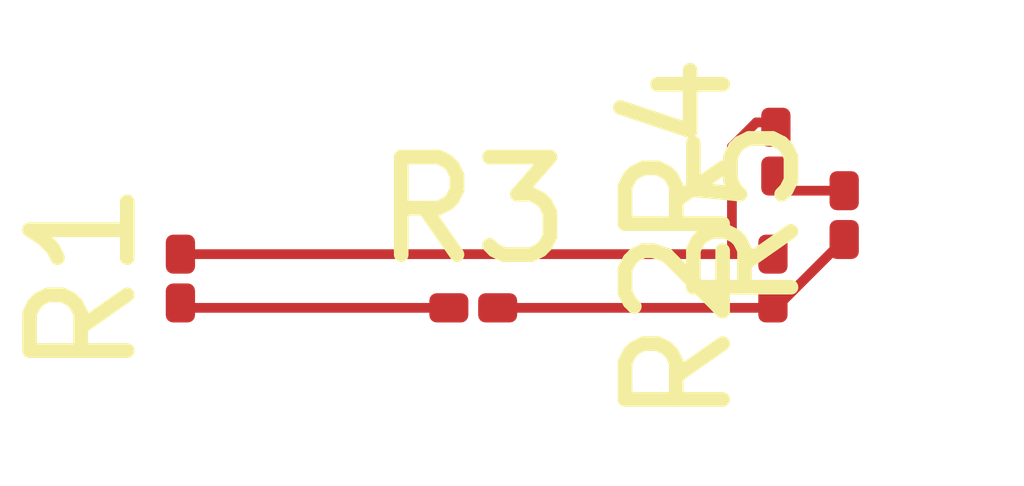
<source format=kicad_pcb>
(kicad_pcb (version 20211014) (generator pcbnew)
  (layers (0 "F.Cu" signal) (31 "B.Cu" signal) (34 "B.Paste" user) (35 "F.Paste" user) (36 "B.SilkS" user "B.Silkscreen") (37 "F.SilkS" user "F.Silkscreen") (38 "B.Mask" user) (39 "F.Mask" user) (44 "Edge.Cuts" user))
  (net 0 "")
  (net 1 "/subsheet/pin1")
  (net 2 "global-pin")
  (net 3 "/subsheet1/pin1")
  (net 4 "/subsheet2/pin1")
  (footprint "Resistor_SMD:R_01005_0402Metric" (layer "F.Cu") (at 141.5 85.8)
    (fp_text reference "R3" (at 0 -1) (layer "F.SilkS"))
    (fp_text value "0")
    (pad "1" smd roundrect locked (at -0.25 0) (size 0.4 0.3) (layers "F.Cu" "F.Mask") (net 1 "/subsheet/pin1"))
    (pad "2" smd roundrect locked (at 0.25 0) (size 0.4 0.3) (layers "F.Cu" "F.Mask") (net 3 "/subsheet1/pin1"))
  )
  (footprint "Resistor_SMD:R_01005_0402Metric" (layer "F.Cu") (at 144.6 84.2 90)
    (fp_text reference "R4" (at 0 -1 90) (layer "F.SilkS"))
    (fp_text value "123")
    (pad "1" smd roundrect locked (at -0.25 0 90) (size 0.4 0.3) (layers "F.Cu" "F.Mask") (net 4 "/subsheet2/pin1"))
    (pad "2" smd roundrect locked (at 0.25 0 90) (size 0.4 0.3) (layers "F.Cu" "F.Mask") (net 2 "global-pin"))
  )
  (footprint "Resistor_SMD:R_01005_0402Metric" (layer "F.Cu") (at 144.57 85.5 90)
    (fp_text reference "R2" (at -0.5 -0.97 90) (layer "F.SilkS"))
    (fp_text value "666")
    (pad "1" smd roundrect locked (at -0.25 0 90) (size 0.4 0.3) (layers "F.Cu" "F.Mask") (net 3 "/subsheet1/pin1"))
    (pad "2" smd roundrect locked (at 0.25 0 90) (size 0.4 0.3) (layers "F.Cu" "F.Mask") (net 2 "global-pin"))
  )
  (footprint "Resistor_SMD:R_01005_0402Metric" (layer "F.Cu") (at 145.3 84.85 90)
    (fp_text reference "R5" (at 0 -1 90) (layer "F.SilkS"))
    (fp_text value "3")
    (pad "1" smd roundrect locked (at -0.25 0 90) (size 0.4 0.3) (layers "F.Cu" "F.Mask") (net 3 "/subsheet1/pin1"))
    (pad "2" smd roundrect locked (at 0.25 0 90) (size 0.4 0.3) (layers "F.Cu" "F.Mask") (net 4 "/subsheet2/pin1"))
  )
  (footprint "Resistor_SMD:R_01005_0402Metric" (layer "F.Cu") (at 138.5 85.5 90)
    (fp_text reference "R1" (at 0 -1 90) (layer "F.SilkS"))
    (fp_text value "666")
    (pad "1" smd roundrect locked (at -0.25 0 90) (size 0.4 0.3) (layers "F.Cu" "F.Mask") (net 1 "/subsheet/pin1"))
    (pad "2" smd roundrect locked (at 0.25 0 90) (size 0.4 0.3) (layers "F.Cu" "F.Mask") (net 2 "global-pin"))
  )
  (segment (start 141.25 85.8) (end 138.55 85.8) (width 0.1) (layer "F.Cu") (net 1))
  (segment (start 138.55 85.8) (end 138.5 85.75) (width 0.1) (layer "F.Cu") (net 1))
  (segment (start 144.582481 83.95) (end 144.532481 83.9) (width 0.1) (layer "F.Cu") (net 2))
  (segment (start 144.532481 83.9) (end 144.4 83.9) (width 0.1) (layer "F.Cu") (net 2))
  (segment (start 144.6 83.95) (end 144.582481 83.95) (width 0.1) (layer "F.Cu") (net 2))
  (segment (start 144.4 83.9) (end 144.15 84.15) (width 0.1) (layer "F.Cu") (net 2))
  (segment (start 144.15 85.25) (end 144.57 85.25) (width 0.1) (layer "F.Cu") (net 2))
  (segment (start 138.5 85.25) (end 144.15 85.25) (width 0.1) (layer "F.Cu") (net 2))
  (segment (start 144.15 84.15) (end 144.15 85.25) (width 0.1) (layer "F.Cu") (net 2))
  (segment (start 141.75 85.8) (end 144.52 85.8) (width 0.1) (layer "F.Cu") (net 3))
  (segment (start 144.52 85.8) (end 144.57 85.75) (width 0.1) (layer "F.Cu") (net 3))
  (segment (start 144.57 85.75) (end 144.65 85.75) (width 0.1) (layer "F.Cu") (net 3))
  (segment (start 144.65 85.75) (end 145.3 85.1) (width 0.1) (layer "F.Cu") (net 3))
  (segment (start 144.75 84.6) (end 144.6 84.45) (width 0.1) (layer "F.Cu") (net 4))
  (segment (start 145.3 84.6) (end 144.75 84.6) (width 0.1) (layer "F.Cu") (net 4))
)
</source>
